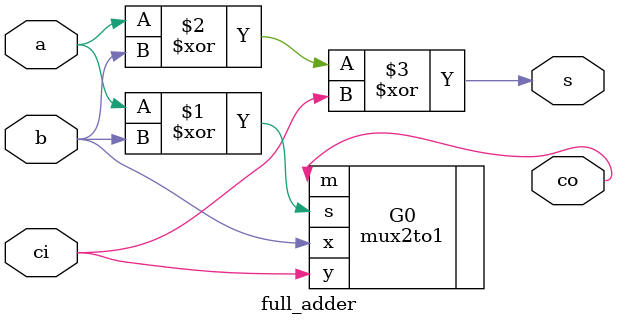
<source format=v>
module full_adder(a, b, ci, s, co);
input a, b, ci;

output co, s;

wire mux_out;

mux2to1 G0 (.x(b), .y(ci), .s((a^b)), .m(co));

assign s = ((a^b) ^ ci);
//assign co = ((a ^ b) == 1'b1) ? ci : b;

endmodule
</source>
